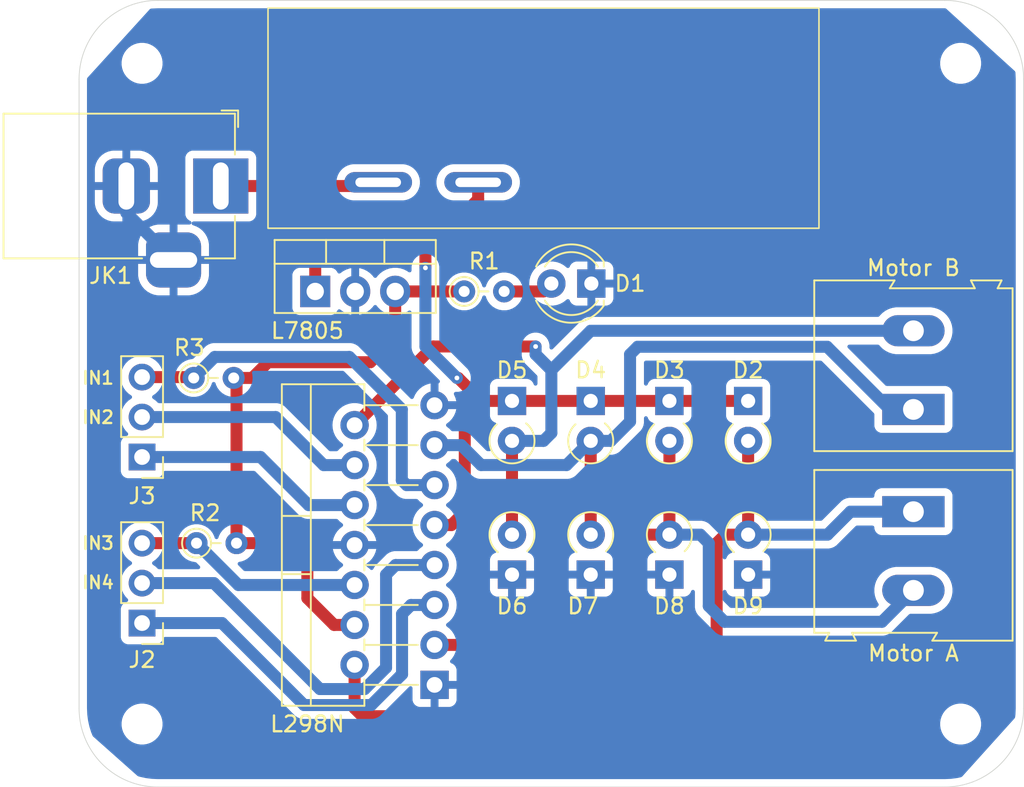
<source format=kicad_pcb>
(kicad_pcb (version 20240108) (generator "pcbnew") (generator_version "8.0")
  (title_block (title "Motor Controller") (date "2025-03-09") (rev "V1") (company "Nandan R Pai") (comment 1 "NNM22AM033") (comment 2 "Dept. of AIML"))
  (layers (0 "F.Cu" signal) (31 "B.Cu" signal) (34 "B.Paste" user) (35 "F.Paste" user) (36 "B.SilkS" user "B.Silkscreen") (37 "F.SilkS" user "F.Silkscreen") (38 "B.Mask" user) (39 "F.Mask" user) (44 "Edge.Cuts" user))
  (net 0 "")
  (net 1 "GND")
  (net 2 "Net-(D1-A)")
  (net 3 "+12V")
  (net 4 "OUTA1")
  (net 5 "OUTA2")
  (net 6 "OUTB1")
  (net 7 "OUTB2")
  (net 8 "Net-(J2-Pin_1)")
  (net 9 "Net-(J2-Pin_3)")
  (net 10 "Net-(J2-Pin_2)")
  (net 11 "Net-(J3-Pin_1)")
  (net 12 "Net-(J3-Pin_3)")
  (net 13 "Net-(J3-Pin_2)")
  (net 14 "Net-(JK1-IN)")
  (net 15 "+5V")
  (footprint "Diode_THT:D_A-405_P2.54mm_Vertical_KathodeUp" (layer "F.Cu") (at 69.92 72.5 90)
    (property "Reference" "D6" (at -2 0 180) (layer "F.SilkS"))
    (property "Value" "D" (hide yes))
    (fp_arc (start 1.426761 -0.9) (mid 3.970816 -0.045469) (end 1.48615 0.968866) (stroke (width 0.12)) (layer "F.SilkS"))
    (pad "1" thru_hole rect (at 0 0 90) (size 1.8 1.8) (drill 0.9) (layers "*.Cu" "*.Mask") (net 1 "GND"))
    (pad "2" thru_hole oval (at 2.54 0 90) (size 1.8 1.8) (drill 0.9) (layers "*.Cu" "*.Mask") (net 7 "OUTB2"))
  )
  (footprint "Resistor_THT:R_Axial_DIN0204_L3.6mm_D1.6mm_P2.54mm_Vertical" (layer "F.Cu") (at 49.88 70.5)
    (property "Reference" "R2" (at 0.54 -1.92 0) (layer "F.SilkS"))
    (property "Value" "R" (hide yes))
    (fp_line (start 0.92 0) (end 1.54 0) (stroke (width 0.12)) (layer "F.SilkS"))
    (fp_circle (center 0 0) (end 0.92 0) (stroke (width 0.12)) (fill none) (layer "F.SilkS"))
    (pad "1" thru_hole circle (at 0 0) (size 1.4 1.4) (drill 0.7) (layers "*.Cu" "*.Mask") (net 9 "Net-(J2-Pin_3)"))
    (pad "2" thru_hole oval (at 2.54 0) (size 1.4 1.4) (drill 0.7) (layers "*.Cu" "*.Mask") (net 15 "+5V"))
  )
  (footprint "MountingHole:MountingHole_2.1mm" (layer "F.Cu") (at 98.42 40)
    (property "Reference" "REF**" (hide yes))
    (property "Value" "MountingHole_2.1mm" (hide yes))
    (pad "" np_thru_hole circle (at 0 0) (size 2.1 2.1) (drill 2.1) (layers "*.Cu" "*.Mask"))
  )
  (footprint "Package_TO_SOT_THT:TO-220-15_P2.54x2.54mm_StaggerOdd_Lead4.58mm_Vertical" (layer "F.Cu") (at 65 79.51 90)
    (property "Reference" "L298N" (at -2.49 -8.08 180) (layer "F.SilkS"))
    (property "Value" "L298N" (hide yes))
    (fp_line (start 19.11 -9.7) (end 19.11 -4.459) (stroke (width 0.12)) (layer "F.SilkS"))
    (fp_line (start 10.74 -9.7) (end 10.74 -7.86) (stroke (width 0.12)) (layer "F.SilkS"))
    (fp_line (start 7.041 -9.7) (end 7.041 -7.86) (stroke (width 0.12)) (layer "F.SilkS"))
    (fp_line (start -1.33 -9.7) (end 19.11 -9.7) (stroke (width 0.12)) (layer "F.SilkS"))
    (fp_line (start -1.33 -9.7) (end -1.33 -4.459) (stroke (width 0.12)) (layer "F.SilkS"))
    (fp_line (start -1.33 -7.86) (end 19.11 -7.86) (stroke (width 0.12)) (layer "F.SilkS"))
    (fp_line (start 17.78 -4.459) (end 17.78 -1.065) (stroke (width 0.12)) (layer "F.SilkS"))
    (fp_line (start 17.435 -4.459) (end 19.11 -4.459) (stroke (width 0.12)) (layer "F.SilkS"))
    (fp_line (start 15.24 -4.459) (end 15.24 -1.065) (stroke (width 0.12)) (layer "F.SilkS"))
    (fp_line (start 14.895 -4.459) (end 15.586 -4.459) (stroke (width 0.12)) (layer "F.SilkS"))
    (fp_line (start 12.7 -4.459) (end 12.7 -1.065) (stroke (width 0.12)) (layer "F.SilkS"))
    (fp_line (start 12.355 -4.459) (end 13.046 -4.459) (stroke (width 0.12)) (layer "F.SilkS"))
    (fp_line (start 10.16 -4.459) (end 10.16 -1.065) (stroke (width 0.12)) (layer "F.SilkS"))
    (fp_line (start 9.815 -4.459) (end 10.506 -4.459) (stroke (width 0.12)) (layer "F.SilkS"))
    (fp_line (start 7.62 -4.459) (end 7.62 -1.065) (stroke (width 0.12)) (layer "F.SilkS"))
    (fp_line (start 7.275 -4.459) (end 7.966 -4.459) (stroke (width 0.12)) (layer "F.SilkS"))
    (fp_line (start 5.08 -4.459) (end 5.08 -1.065) (stroke (width 0.12)) (layer "F.SilkS"))
    (fp_line (start 4.735 -4.459) (end 5.426 -4.459) (stroke (width 0.12)) (layer "F.SilkS"))
    (fp_line (start 2.54 -4.459) (end 2.54 -1.065) (stroke (width 0.12)) (layer "F.SilkS"))
    (fp_line (start 2.195 -4.459) (end 2.886 -4.459) (stroke (width 0.12)) (layer "F.SilkS"))
    (fp_line (start 0 -4.459) (end 0 -1.05) (stroke (width 0.12)) (layer "F.SilkS"))
    (fp_line (start -1.33 -4.459) (end 0.346 -4.459) (stroke (width 0.12)) (layer "F.SilkS"))
    (pad "1" thru_hole rect (at 0 0 90) (size 1.8 1.8) (drill 1) (layers "*.Cu" "*.Mask") (net 1 "GND"))
    (pad "2" thru_hole oval (at 1.27 -5.08 90) (size 1.8 1.8) (drill 1) (layers "*.Cu" "*.Mask") (net 4 "OUTA1"))
    (pad "3" thru_hole oval (at 2.54 0 90) (size 1.8 1.8) (drill 1) (layers "*.Cu" "*.Mask") (net 5 "OUTA2"))
    (pad "4" thru_hole oval (at 3.81 -5.08 90) (size 1.8 1.8) (drill 1) (layers "*.Cu" "*.Mask") (net 15 "+5V"))
    (pad "5" thru_hole oval (at 5.08 0 90) (size 1.8 1.8) (drill 1) (layers "*.Cu" "*.Mask") (net 8 "Net-(J2-Pin_1)"))
    (pad "6" thru_hole oval (at 6.35 -5.08 90) (size 1.8 1.8) (drill 1) (layers "*.Cu" "*.Mask") (net 9 "Net-(J2-Pin_3)"))
    (pad "7" thru_hole oval (at 7.62 0 90) (size 1.8 1.8) (drill 1) (layers "*.Cu" "*.Mask") (net 10 "Net-(J2-Pin_2)"))
    (pad "8" thru_hole oval (at 8.89 -5.08 90) (size 1.8 1.8) (drill 1) (layers "*.Cu" "*.Mask") (net 1 "GND"))
    (pad "9" thru_hole oval (at 10.16 0 90) (size 1.8 1.8) (drill 1) (layers "*.Cu" "*.Mask") (net 3 "+12V"))
    (pad "10" thru_hole oval (at 11.43 -5.08 90) (size 1.8 1.8) (drill 1) (layers "*.Cu" "*.Mask") (net 11 "Net-(J3-Pin_1)"))
    (pad "11" thru_hole oval (at 12.7 0 90) (size 1.8 1.8) (drill 1) (layers "*.Cu" "*.Mask") (net 12 "Net-(J3-Pin_3)"))
    (pad "12" thru_hole oval (at 13.97 -5.08 90) (size 1.8 1.8) (drill 1) (layers "*.Cu" "*.Mask") (net 13 "Net-(J3-Pin_2)"))
    (pad "13" thru_hole oval (at 15.24 0 90) (size 1.8 1.8) (drill 1) (layers "*.Cu" "*.Mask") (net 6 "OUTB1"))
    (pad "14" thru_hole oval (at 16.51 -5.08 90) (size 1.8 1.8) (drill 1) (layers "*.Cu" "*.Mask") (net 7 "OUTB2"))
    (pad "15" thru_hole oval (at 17.78 0 90) (size 1.8 1.8) (drill 1) (layers "*.Cu" "*.Mask") (net 1 "GND"))
  )
  (footprint "Diode_THT:D_A-405_P2.54mm_Vertical_KathodeUp" (layer "F.Cu") (at 84.92 61.46 -90)
    (property "Reference" "D2" (at -1.96 0 180) (layer "F.SilkS"))
    (property "Value" "D" (hide yes))
    (fp_arc (start 1.426761 -0.9) (mid 3.970816 -0.045469) (end 1.48615 0.968866) (stroke (width 0.12)) (layer "F.SilkS"))
    (pad "1" thru_hole rect (at 0 0 270) (size 1.8 1.8) (drill 0.9) (layers "*.Cu" "*.Mask") (net 3 "+12V"))
    (pad "2" thru_hole oval (at 2.54 0 270) (size 1.8 1.8) (drill 0.9) (layers "*.Cu" "*.Mask") (net 4 "OUTA1"))
  )
  (footprint "TerminalBlock:TerminalBlock_Altech_AK300-2_P5.00mm" (layer "F.Cu") (at 95.42 62 90)
    (property "Reference" "Motor B" (at 9 0 180) (layer "F.SilkS"))
    (property "Value" "Screw_Terminal_01x02" (hide yes))
    (fp_line (start 8.2 -6.3) (end -2.65 -6.3) (stroke (width 0.12)) (layer "F.SilkS"))
    (fp_line (start -2.65 -6.3) (end -2.65 6.3) (stroke (width 0.12)) (layer "F.SilkS"))
    (fp_line (start 7.7 -1.5) (end 8.2 -1.2) (stroke (width 0.12)) (layer "F.SilkS"))
    (fp_line (start 8.2 -1.2) (end 8.2 -6.3) (stroke (width 0.12)) (layer "F.SilkS"))
    (fp_line (start 8.2 3.65) (end 7.7 3.9) (stroke (width 0.12)) (layer "F.SilkS"))
    (fp_line (start 8.2 3.7) (end 8.2 3.65) (stroke (width 0.12)) (layer "F.SilkS"))
    (fp_line (start 7.7 3.9) (end 7.7 -1.5) (stroke (width 0.12)) (layer "F.SilkS"))
    (fp_line (start 7.7 5.35) (end 8.2 5.6) (stroke (width 0.12)) (layer "F.SilkS"))
    (fp_line (start 8.2 5.6) (end 8.2 3.7) (stroke (width 0.12)) (layer "F.SilkS"))
    (fp_line (start 7.7 6.3) (end 7.7 5.35) (stroke (width 0.12)) (layer "F.SilkS"))
    (fp_line (start -2.65 6.3) (end 7.7 6.3) (stroke (width 0.12)) (layer "F.SilkS"))
    (pad "1" thru_hole rect (at 0 0 90) (size 1.98 3.96) (drill 1.32) (layers "*.Cu" "*.Mask") (net 6 "OUTB1"))
    (pad "2" thru_hole oval (at 5 0 90) (size 1.98 3.96) (drill 1.32) (layers "*.Cu" "*.Mask") (net 7 "OUTB2"))
  )
  (footprint "MountingHole:MountingHole_2.1mm" (layer "F.Cu") (at 46.42 40)
    (property "Reference" "REF**" (hide yes))
    (property "Value" "MountingHole_2.1mm" (hide yes))
    (pad "" np_thru_hole circle (at 0 0) (size 2.1 2.1) (drill 2.1) (layers "*.Cu" "*.Mask"))
  )
  (footprint "Diode_THT:D_A-405_P2.54mm_Vertical_KathodeUp" (layer "F.Cu") (at 74.92 61.46 -90)
    (property "Reference" "D4" (at -1.96 0 180) (layer "F.SilkS"))
    (property "Value" "D" (hide yes))
    (fp_arc (start 1.426761 -0.9) (mid 3.970816 -0.045469) (end 1.48615 0.968866) (stroke (width 0.12)) (layer "F.SilkS"))
    (pad "1" thru_hole rect (at 0 0 270) (size 1.8 1.8) (drill 0.9) (layers "*.Cu" "*.Mask") (net 3 "+12V"))
    (pad "2" thru_hole oval (at 2.54 0 270) (size 1.8 1.8) (drill 0.9) (layers "*.Cu" "*.Mask") (net 6 "OUTB1"))
  )
  (footprint "TerminalBlock:TerminalBlock_Altech_AK300-2_P5.00mm" (layer "F.Cu") (at 95.42 68.5 -90)
    (property "Reference" "Motor A" (at 9 0 180) (layer "F.SilkS"))
    (property "Value" "Screw_Terminal_01x02" (hide yes))
    (fp_line (start -2.65 6.3) (end 7.7 6.3) (stroke (width 0.12)) (layer "F.SilkS"))
    (fp_line (start 7.7 6.3) (end 7.7 5.35) (stroke (width 0.12)) (layer "F.SilkS"))
    (fp_line (start 8.2 5.6) (end 8.2 3.7) (stroke (width 0.12)) (layer "F.SilkS"))
    (fp_line (start 7.7 5.35) (end 8.2 5.6) (stroke (width 0.12)) (layer "F.SilkS"))
    (fp_line (start 7.7 3.9) (end 7.7 -1.5) (stroke (width 0.12)) (layer "F.SilkS"))
    (fp_line (start 8.2 3.7) (end 8.2 3.65) (stroke (width 0.12)) (layer "F.SilkS"))
    (fp_line (start 8.2 3.65) (end 7.7 3.9) (stroke (width 0.12)) (layer "F.SilkS"))
    (fp_line (start 8.2 -1.2) (end 8.2 -6.3) (stroke (width 0.12)) (layer "F.SilkS"))
    (fp_line (start 7.7 -1.5) (end 8.2 -1.2) (stroke (width 0.12)) (layer "F.SilkS"))
    (fp_line (start -2.65 -6.3) (end -2.65 6.3) (stroke (width 0.12)) (layer "F.SilkS"))
    (fp_line (start 8.2 -6.3) (end -2.65 -6.3) (stroke (width 0.12)) (layer "F.SilkS"))
    (pad "1" thru_hole rect (at 0 0 270) (size 1.98 3.96) (drill 1.32) (layers "*.Cu" "*.Mask") (net 4 "OUTA1"))
    (pad "2" thru_hole oval (at 5 0 270) (size 1.98 3.96) (drill 1.32) (layers "*.Cu" "*.Mask") (net 5 "OUTA2"))
  )
  (footprint "Resistor_THT:R_Axial_DIN0204_L3.6mm_D1.6mm_P2.54mm_Vertical" (layer "F.Cu") (at 66.88 54.5)
    (property "Reference" "R1" (at 1.27 -1.92 0) (layer "F.SilkS"))
    (property "Value" "R" (hide yes))
    (fp_line (start 0.92 0) (end 1.54 0) (stroke (width 0.12)) (layer "F.SilkS"))
    (fp_circle (center 0 0) (end 0.92 0) (stroke (width 0.12)) (fill none) (layer "F.SilkS"))
    (pad "1" thru_hole circle (at 0 0) (size 1.4 1.4) (drill 0.7) (layers "*.Cu" "*.Mask") (net 15 "+5V"))
    (pad "2" thru_hole oval (at 2.54 0) (size 1.4 1.4) (drill 0.7) (layers "*.Cu" "*.Mask") (net 2 "Net-(D1-A)"))
  )
  (footprint "Connector_PinHeader_2.54mm:PinHeader_1x03_P2.54mm_Vertical" (layer "F.Cu") (at 46.42 75.58 180)
    (property "Reference" "J2" (at 0 -2.33 360) (layer "F.SilkS"))
    (property "Value" "Conn_01x03_Pin" (hide yes))
    (fp_line (start 1.33 1.27) (end 1.33 6.41) (stroke (width 0.12)) (layer "F.SilkS"))
    (fp_line (start -1.33 6.41) (end 1.33 6.41) (stroke (width 0.12)) (layer "F.SilkS"))
    (fp_line (start -1.33 1.27) (end 1.33 1.27) (stroke (width 0.12)) (layer "F.SilkS"))
    (fp_line (start -1.33 1.27) (end -1.33 6.41) (stroke (width 0.12)) (layer "F.SilkS"))
    (fp_line (start -1.33 0) (end -1.33 -1.33) (stroke (width 0.12)) (layer "F.SilkS"))
    (fp_line (start -1.33 -1.33) (end 0 -1.33) (stroke (width 0.12)) (layer "F.SilkS"))
    (pad "1" thru_hole rect (at 0 0 180) (size 1.7 1.7) (drill 1) (layers "*.Cu" "*.Mask") (net 8 "Net-(J2-Pin_1)"))
    (pad "2" thru_hole oval (at 0 2.54 180) (size 1.7 1.7) (drill 1) (layers "*.Cu" "*.Mask") (net 10 "Net-(J2-Pin_2)"))
    (pad "3" thru_hole oval (at 0 5.08 180) (size 1.7 1.7) (drill 1) (layers "*.Cu" "*.Mask") (net 9 "Net-(J2-Pin_3)"))
  )
  (footprint "MountingHole:MountingHole_2.1mm" (layer "F.Cu") (at 46.42 82)
    (property "Reference" "REF**" (hide yes))
    (property "Value" "MountingHole_2.1mm" (hide yes))
    (pad "" np_thru_hole circle (at 0 0) (size 2.1 2.1) (drill 2.1) (layers "*.Cu" "*.Mask"))
  )
  (footprint "LED_THT:LED_D4.0mm" (layer "F.Cu") (at 74.96 54 180)
    (property "Reference" "D1" (at -2.46 0 360) (layer "F.SilkS"))
    (property "Value" "LED" (hide yes))
    (fp_line (start -0.79 1.08) (end -0.79 1.399) (stroke (width 0.12)) (layer "F.SilkS"))
    (fp_line (start -0.79 -1.399) (end -0.79 -1.08) (stroke (width 0.12)) (layer "F.SilkS"))
    (fp_arc (start 3.513558 1.080069) (mid 1.453882 2.483201) (end -0.79 1.398749) (stroke (width 0.12)) (layer "F.SilkS"))
    (fp_arc (start 2.953294 1.080057) (mid 1.269966 2) (end -0.41333 1.08) (stroke (width 0.12)) (layer "F.SilkS"))
    (fp_arc (start -0.41333 -1.08) (mid 1.269966 -2) (end 2.953294 -1.080057) (stroke (width 0.12)) (layer "F.SilkS"))
    (fp_arc (start -0.79 -1.398749) (mid 1.453882 -2.483201) (end 3.513558 -1.080069) (stroke (width 0.12)) (layer "F.SilkS"))
    (pad "1" thru_hole rect (at 0 0 180) (size 1.8 1.8) (drill 0.9) (layers "*.Cu" "*.Mask") (net 1 "GND"))
    (pad "2" thru_hole circle (at 2.54 0 180) (size 1.8 1.8) (drill 0.9) (layers "*.Cu" "*.Mask") (net 2 "Net-(D1-A)"))
  )
  (footprint "MountingHole:MountingHole_2.1mm" (layer "F.Cu") (at 98.42 82)
    (property "Reference" "REF**" (hide yes))
    (property "Value" "MountingHole_2.1mm" (hide yes))
    (pad "" np_thru_hole circle (at 0 0) (size 2.1 2.1) (drill 2.1) (layers "*.Cu" "*.Mask"))
  )
  (footprint "Diode_THT:D_A-405_P2.54mm_Vertical_KathodeUp" (layer "F.Cu") (at 79.92 72.5 90)
    (property "Reference" "D8" (at -2 0 180) (layer "F.SilkS"))
    (property "Value" "D" (hide yes))
    (fp_arc (start 1.426761 -0.9) (mid 3.970816 -0.045469) (end 1.48615 0.968866) (stroke (width 0.12)) (layer "F.SilkS"))
    (pad "1" thru_hole rect (at 0 0 90) (size 1.8 1.8) (drill 0.9) (layers "*.Cu" "*.Mask") (net 1 "GND"))
    (pad "2" thru_hole oval (at 2.54 0 90) (size 1.8 1.8) (drill 0.9) (layers "*.Cu" "*.Mask") (net 5 "OUTA2"))
  )
  (footprint "Diode_THT:D_A-405_P2.54mm_Vertical_KathodeUp" (layer "F.Cu") (at 84.92 72.5 90)
    (property "Reference" "D9" (at -2 0 180) (layer "F.SilkS"))
    (property "Value" "D" (hide yes))
    (fp_arc (start 1.426761 -0.9) (mid 3.970816 -0.045469) (end 1.48615 0.968866) (stroke (width 0.12)) (layer "F.SilkS"))
    (pad "1" thru_hole rect (at 0 0 90) (size 1.8 1.8) (drill 0.9) (layers "*.Cu" "*.Mask") (net 1 "GND"))
    (pad "2" thru_hole oval (at 2.54 0 90) (size 1.8 1.8) (drill 0.9) (layers "*.Cu" "*.Mask") (net 4 "OUTA1"))
  )
  (footprint "Switch_Custom:Slide_Switch_2pin" (layer "F.Cu") (at 58.42 50.484 -90)
    (property "Reference" "SW1" (hide yes))
    (property "Value" "SW_SPST" (hide yes))
    (fp_rect (start -14 -31) (end 0 4) (stroke (width 0.1)) (fill none) (layer "F.SilkS"))
    (pad "1" thru_hole oval (at -2.92 -3 270) (size 1.3 4.3) (drill oval 0.6 2.9) (layers "*.Cu" "*.Mask") (net 14 "Net-(JK1-IN)"))
    (pad "2" thru_hole oval (at -2.92 -9.35 270) (size 1.3 4.3) (drill oval 0.6 2.9) (layers "*.Cu" "*.Mask") (net 3 "+12V"))
  )
  (footprint "Package_TO_SOT_THT:TO-220-3_Vertical" (layer "F.Cu") (at 57.42 54.5)
    (property "Reference" "L7805" (at -0.5 2.5 0) (layer "F.SilkS"))
    (property "Value" "L7805" (hide yes))
    (fp_line (start -2.58 -3.27) (end -2.58 1.371) (stroke (width 0.12)) (layer "F.SilkS"))
    (fp_line (start -2.58 -3.27) (end 7.66 -3.27) (stroke (width 0.12)) (layer "F.SilkS"))
    (fp_line (start -2.58 -1.76) (end 7.66 -1.76) (stroke (width 0.12)) (layer "F.SilkS"))
    (fp_line (start -2.58 1.371) (end 7.66 1.371) (stroke (width 0.12)) (layer "F.SilkS"))
    (fp_line (start 0.69 -3.27) (end 0.69 -1.76) (stroke (width 0.12)) (layer "F.SilkS"))
    (fp_line (start 4.391 -3.27) (end 4.391 -1.76) (stroke (width 0.12)) (layer "F.SilkS"))
    (fp_line (start 7.66 -3.27) (end 7.66 1.371) (stroke (width 0.12)) (layer "F.SilkS"))
    (pad "1" thru_hole rect (at 0 0) (size 1.905 2) (drill 1.1) (layers "*.Cu" "*.Mask") (net 3 "+12V"))
    (pad "2" thru_hole oval (at 2.54 0) (size 1.905 2) (drill 1.1) (layers "*.Cu" "*.Mask") (net 1 "GND"))
    (pad "3" thru_hole oval (at 5.08 0) (size 1.905 2) (drill 1.1) (layers "*.Cu" "*.Mask") (net 15 "+5V"))
  )
  (footprint "Diode_THT:D_A-405_P2.54mm_Vertical_KathodeUp" (layer "F.Cu") (at 79.92 61.46 -90)
    (property "Reference" "D3" (at -1.96 0 180) (layer "F.SilkS"))
    (property "Value" "D" (hide yes))
    (fp_arc (start 1.426761 -0.9) (mid 3.970816 -0.045469) (end 1.48615 0.968866) (stroke (width 0.12)) (layer "F.SilkS"))
    (pad "1" thru_hole rect (at 0 0 270) (size 1.8 1.8) (drill 0.9) (layers "*.Cu" "*.Mask") (net 3 "+12V"))
    (pad "2" thru_hole oval (at 2.54 0 270) (size 1.8 1.8) (drill 0.9) (layers "*.Cu" "*.Mask") (net 5 "OUTA2"))
  )
  (footprint "Diode_THT:D_A-405_P2.54mm_Vertical_KathodeUp" (layer "F.Cu") (at 74.92 72.5 90)
    (property "Reference" "D7" (at -2 -0.5 0) (layer "F.SilkS"))
    (property "Value" "D" (hide yes))
    (fp_arc (start 1.426761 -0.9) (mid 3.970816 -0.045469) (end 1.48615 0.968866) (stroke (width 0.12)) (layer "F.SilkS"))
    (pad "1" thru_hole rect (at 0 0 90) (size 1.8 1.8) (drill 0.9) (layers "*.Cu" "*.Mask") (net 1 "GND"))
    (pad "2" thru_hole oval (at 2.54 0 90) (size 1.8 1.8) (drill 0.9) (layers "*.Cu" "*.Mask") (net 6 "OUTB1"))
  )
  (footprint "Diode_THT:D_A-405_P2.54mm_Vertical_KathodeUp" (layer "F.Cu") (at 69.92 61.46 -90)
    (property "Reference" "D5" (at -1.96 0 180) (layer "F.SilkS"))
    (property "Value" "D" (hide yes))
    (fp_arc (start 1.426761 -0.9) (mid 3.970816 -0.045469) (end 1.48615 0.968866) (stroke (width 0.12)) (layer "F.SilkS"))
    (pad "1" thru_hole rect (at 0 0 270) (size 1.8 1.8) (drill 0.9) (layers "*.Cu" "*.Mask") (net 3 "+12V"))
    (pad "2" thru_hole oval (at 2.54 0 270) (size 1.8 1.8) (drill 0.9) (layers "*.Cu" "*.Mask") (net 7 "OUTB2"))
  )
  (footprint "Connector_PinHeader_2.54mm:PinHeader_1x03_P2.54mm_Vertical" (layer "F.Cu") (at 46.42 65.025 180)
    (property "Reference" "J3" (at 0 -2.475 360) (layer "F.SilkS"))
    (property "Value" "Conn_01x03_Pin" (hide yes))
    (fp_line (start 1.33 1.27) (end 1.33 6.41) (stroke (width 0.12)) (layer "F.SilkS"))
    (fp_line (start -1.33 6.41) (end 1.33 6.41) (stroke (width 0.12)) (layer "F.SilkS"))
    (fp_line (start -1.33 1.27) (end 1.33 1.27) (stroke (width 0.12)) (layer "F.SilkS"))
    (fp_line (start -1.33 1.27) (end -1.33 6.41) (stroke (width 0.12)) (layer "F.SilkS"))
    (fp_line (start -1.33 0) (end -1.33 -1.33) (stroke (width 0.12)) (layer "F.SilkS"))
    (fp_line (start -1.33 -1.33) (end 0 -1.33) (stroke (width 0.12)) (layer "F.SilkS"))
    (pad "1" thru_hole rect (at 0 0 180) (size 1.7 1.7) (drill 1) (layers "*.Cu" "*.Mask") (net 11 "Net-(J3-Pin_1)"))
    (pad "2" thru_hole oval (at 0 2.54 180) (size 1.7 1.7) (drill 1) (layers "*.Cu" "*.Mask") (net 13 "Net-(J3-Pin_2)"))
    (pad "3" thru_hole oval (at 0 5.08 180) (size 1.7 1.7) (drill 1) (layers "*.Cu" "*.Mask") (net 12 "Net-(J3-Pin_3)"))
  )
  (footprint "Resistor_THT:R_Axial_DIN0204_L3.6mm_D1.6mm_P2.54mm_Vertical" (layer "F.Cu") (at 49.7 60)
    (property "Reference" "R3" (at -0.28 -1.92 0) (layer "F.SilkS"))
    (property "Value" "R" (hide yes))
    (fp_line (start 0.92 0) (end 1.54 0) (stroke (width 0.12)) (layer "F.SilkS"))
    (fp_circle (center 0 0) (end 0.92 0) (stroke (width 0.12)) (fill none) (layer "F.SilkS"))
    (pad "1" thru_hole circle (at 0 0) (size 1.4 1.4) (drill 0.7) (layers "*.Cu" "*.Mask") (net 12 "Net-(J3-Pin_3)"))
    (pad "2" thru_hole oval (at 2.54 0) (size 1.4 1.4) (drill 0.7) (layers "*.Cu" "*.Mask") (net 15 "+5V"))
  )
  (footprint "Connector_BarrelJack:BarrelJack_Horizontal" (layer "F.Cu") (at 51.42 47.8)
    (property "Reference" "JK1" (at -7 5.7 0) (layer "F.SilkS"))
    (property "Value" "~")
    (fp_line (start -13.8 -4.6) (end 0.9 -4.6) (stroke (width 0.12)) (layer "F.SilkS"))
    (fp_line (start -13.8 4.6) (end -13.8 -4.6) (stroke (width 0.12)) (layer "F.SilkS"))
    (fp_line (start -5 4.6) (end -13.8 4.6) (stroke (width 0.12)) (layer "F.SilkS"))
    (fp_line (start 0.05 -4.8) (end 1.1 -4.8) (stroke (width 0.12)) (layer "F.SilkS"))
    (fp_line (start 0.9 -4.6) (end 0.9 -2) (stroke (width 0.12)) (layer "F.SilkS"))
    (fp_line (start 0.9 1.9) (end 0.9 4.6) (stroke (width 0.12)) (layer "F.SilkS"))
    (fp_line (start 0.9 4.6) (end -1 4.6) (stroke (width 0.12)) (layer "F.SilkS"))
    (fp_line (start 1.1 -3.75) (end 1.1 -4.8) (stroke (width 0.12)) (layer "F.SilkS"))
    (pad "1" thru_hole rect (at 0 0) (size 3.5 3.5) (drill oval 1 3) (layers "*.Cu" "*.Mask") (net 14 "Net-(JK1-IN)"))
    (pad "2" thru_hole roundrect (at -6 0) (size 3 3.5) (drill oval 1 3) (layers "*.Cu" "*.Mask") (net 1 "GND"))
    (pad "3" thru_hole roundrect (at -3 4.7) (size 3.5 3.5) (drill oval 3 1) (layers "*.Cu" "*.Mask") (net 1 "GND"))
  )
  (gr_line (start 47.42 36) (end 97.42 36) (stroke (width 0.05)) (layer "Edge.Cuts"))
  (gr_arc (start 47.42 86) (mid 43.884466 84.535534) (end 42.42 81) (stroke (width 0.05)) (layer "Edge.Cuts"))
  (gr_arc (start 97.42 36) (mid 100.955534 37.464466) (end 102.42 41) (stroke (width 0.05)) (layer "Edge.Cuts"))
  (gr_arc (start 102.42 81) (mid 100.955534 84.535534) (end 97.42 86) (stroke (width 0.05)) (layer "Edge.Cuts"))
  (gr_line (start 102.42 41) (end 102.42 81) (stroke (width 0.05)) (layer "Edge.Cuts"))
  (gr_arc (start 42.42 41) (mid 43.884466 37.464466) (end 47.42 36) (stroke (width 0.05)) (layer "Edge.Cuts"))
  (gr_line (start 97.42 86) (end 47.42 86) (stroke (width 0.05)) (layer "Edge.Cuts"))
  (gr_line (start 42.42 81) (end 42.42 41) (stroke (width 0.05)) (layer "Edge.Cuts"))
  (gr_text "IN2" (at 43.62 62.5 0) (layer "F.SilkS") (effects (font (size 0.8 0.8))))
  (gr_text "IN1" (at 43.62 60 0) (layer "F.SilkS") (effects (font (size 0.8 0.8))))
  (gr_text "IN3" (at 43.62 70.5 0) (layer "F.SilkS") (effects (font (size 0.8 0.8))))
  (gr_text "IN4" (at 43.62 73 0) (layer "F.SilkS") (effects (font (size 0.8 0.8))))
  (segment (start 45.42 47.8) (end 45.42 49.5) (width 0.762) (layer "B.Cu") (net 1))
  (segment (start 45.42 49.5) (end 48.42 52.5) (width 0.762) (layer "B.Cu") (net 1))
  (segment (start 71.92 54.5) (end 72.42 54) (width 0.762) (layer "F.Cu") (net 2))
  (segment (start 69.42 54.5) (end 71.92 54.5) (width 0.762) (layer "F.Cu") (net 2))
  (segment (start 57.42 54.5) (end 57.42 52) (width 0.762) (layer "F.Cu") (net 3))
  (segment (start 64.42 50.5) (end 65.92 50.5) (width 0.762) (layer "F.Cu") (net 3))
  (segment (start 66.92 62.5) (end 67.96 61.46) (width 0.762) (layer "F.Cu") (net 3))
  (segment (start 66.92 68.5) (end 66.92 62.5) (width 0.762) (layer "F.Cu") (net 3))
  (segment (start 64.42 53) (end 64.42 50.5) (width 0.762) (layer "F.Cu") (net 3))
  (segment (start 57.42 52) (end 58.92 50.5) (width 0.762) (layer "F.Cu") (net 3))
  (segment (start 65 69.35) (end 66.07 69.35) (width 0.762) (layer "F.Cu") (net 3))
  (segment (start 67.96 61.46) (end 66.5 60) (width 0.762) (layer "F.Cu") (net 3))
  (segment (start 67.96 61.46) (end 69.92 61.46) (width 0.762) (layer "F.Cu") (net 3))
  (segment (start 66.5 60) (end 66.42 60) (width 0.762) (layer "F.Cu") (net 3))
  (segment (start 69.92 61.46) (end 84.92 61.46) (width 0.762) (layer "F.Cu") (net 3))
  (segment (start 67.77 48.65) (end 65.92 50.5) (width 0.762) (layer "F.Cu") (net 3))
  (segment (start 58.92 50.5) (end 64.42 50.5) (width 0.762) (layer "F.Cu") (net 3))
  (segment (start 67.77 47.564) (end 67.77 48.65) (width 0.762) (layer "F.Cu") (net 3))
  (segment (start 66.07 69.35) (end 66.92 68.5) (width 0.762) (layer "F.Cu") (net 3))
  (via (at 64.42 53) (size 0.6) (drill 0.3) (layers "F.Cu" "B.Cu") (net 3))
  (via (at 66.42 60) (size 0.6) (drill 0.3) (layers "F.Cu" "B.Cu") (net 3))
  (segment (start 64.42 58) (end 64.42 53) (width 0.762) (layer "B.Cu") (net 3))
  (segment (start 66.42 60) (end 64.42 58) (width 0.762) (layer "B.Cu") (net 3))
  (segment (start 83.46 69.96) (end 84.92 69.96) (width 0.762) (layer "F.Cu") (net 4))
  (segment (start 59.92 78.24) (end 59.92 81) (width 0.762) (layer "F.Cu") (net 4))
  (segment (start 82.92 70.5) (end 83.46 69.96) (width 0.762) (layer "F.Cu") (net 4))
  (segment (start 84.92 69.96) (end 84.92 64) (width 0.762) (layer "F.Cu") (net 4))
  (segment (start 60.42 81.5) (end 78.99 81.5) (width 0.762) (layer "F.Cu") (net 4))
  (segment (start 78.99 81.5) (end 82.92 77.57) (width 0.762) (layer "F.Cu") (net 4))
  (segment (start 82.92 77.57) (end 82.92 70.5) (width 0.762) (layer "F.Cu") (net 4))
  (segment (start 59.92 81) (end 60.42 81.5) (width 0.762) (layer "F.Cu") (net 4))
  (segment (start 89.96 69.96) (end 91.42 68.5) (width 0.762) (layer "B.Cu") (net 4))
  (segment (start 84.92 69.96) (end 89.96 69.96) (width 0.762) (layer "B.Cu") (net 4))
  (segment (start 91.42 68.5) (end 95.42 68.5) (width 0.762) (layer "B.Cu") (net 4))
  (segment (start 73.95 76.97) (end 76.92 74) (width 0.762) (layer "F.Cu") (net 5))
  (segment (start 79.92 69.96) (end 79.92 64) (width 0.762) (layer "F.Cu") (net 5))
  (segment (start 76.92 71.5) (end 78.46 69.96) (width 0.762) (layer "F.Cu") (net 5))
  (segment (start 76.92 74) (end 76.92 71.5) (width 0.762) (layer "F.Cu") (net 5))
  (segment (start 65 76.97) (end 73.95 76.97) (width 0.762) (layer "F.Cu") (net 5))
  (segment (start 78.46 69.96) (end 79.92 69.96) (width 0.762) (layer "F.Cu") (net 5))
  (segment (start 82.42 70.5) (end 82.42 74.5) (width 0.762) (layer "B.Cu") (net 5))
  (segment (start 83.42 75.5) (end 93.42 75.5) (width 0.762) (layer "B.Cu") (net 5))
  (segment (start 81.88 69.96) (end 82.42 70.5) (width 0.762) (layer "B.Cu") (net 5))
  (segment (start 93.42 75.5) (end 95.42 73.5) (width 0.762) (layer "B.Cu") (net 5))
  (segment (start 79.92 69.96) (end 81.88 69.96) (width 0.762) (layer "B.Cu") (net 5))
  (segment (start 82.42 74.5) (end 83.42 75.5) (width 0.762) (layer "B.Cu") (net 5))
  (segment (start 74.92 69.96) (end 74.92 64) (width 0.762) (layer "F.Cu") (net 6))
  (segment (start 77.904 58.016) (end 77.42 58.5) (width 0.762) (layer "B.Cu") (net 6))
  (segment (start 89.936 58.016) (end 77.904 58.016) (width 0.762) (layer "B.Cu") (net 6))
  (segment (start 93.92 62) (end 89.936 58.016) (width 0.762) (layer "B.Cu") (net 6))
  (segment (start 77.42 58.5) (end 77.42 62.772792) (width 0.762) (layer "B.Cu") (net 6))
  (segment (start 76.192792 64) (end 74.92 64) (width 0.762) (layer "B.Cu") (net 6))
  (segment (start 66.69 64.27) (end 67.955 65.535) (width 0.762) (layer "B.Cu") (net 6))
  (segment (start 77.42 62.772792) (end 76.192792 64) (width 0.762) (layer "B.Cu") (net 6))
  (segment (start 65 64.27) (end 66.69 64.27) (width 0.762) (layer "B.Cu") (net 6))
  (segment (start 95.42 62) (end 93.92 62) (width 0.762) (layer "B.Cu") (net 6))
  (segment (start 67.955 65.535) (end 73.385 65.535) (width 0.762) (layer "B.Cu") (net 6))
  (segment (start 73.385 65.535) (end 74.92 64) (width 0.762) (layer "B.Cu") (net 6))
  (segment (start 59.92 63) (end 64.92 58) (width 0.762) (layer "F.Cu") (net 7))
  (segment (start 64.92 58) (end 71.42 58) (width 0.762) (layer "F.Cu") (net 7))
  (segment (start 69.92 69.96) (end 69.92 64) (width 0.762) (layer "F.Cu") (net 7))
  (via (at 71.42 58) (size 0.6) (drill 0.3) (layers "F.Cu" "B.Cu") (net 7))
  (segment (start 72.42 63.5) (end 71.92 64) (width 0.762) (layer "B.Cu") (net 7))
  (segment (start 72.42 59.5) (end 72.42 63.5) (width 0.762) (layer "B.Cu") (net 7))
  (segment (start 74.92 57) (end 72.42 59.5) (width 0.762) (layer "B.Cu") (net 7))
  (segment (start 71.42 58) (end 71.42 58.5) (width 0.762) (layer "B.Cu") (net 7))
  (segment (start 95.42 57) (end 74.92 57) (width 0.762) (layer "B.Cu") (net 7))
  (segment (start 71.92 64) (end 69.92 64) (width 0.762) (layer "B.Cu") (net 7))
  (segment (start 71.42 58.5) (end 72.42 59.5) (width 0.762) (layer "B.Cu") (net 7))
  (segment (start 62.84383 78.92383) (end 62.936 78.831659) (width 0.762) (layer "B.Cu") (net 8))
  (segment (start 56.711 80.791) (end 60.976659 80.791) (width 0.762) (layer "B.Cu") (net 8))
  (segment (start 46.42 75.58) (end 51.5 75.58) (width 0.762) (layer "B.Cu") (net 8))
  (segment (start 65 74.43) (end 63.506 74.43) (width 0.762) (layer "B.Cu") (net 8))
  (segment (start 51.5 75.58) (end 56.711 80.791) (width 0.762) (layer "B.Cu") (net 8))
  (segment (start 62.936 75) (end 62.936 78.83166) (width 0.762) (layer "B.Cu") (net 8))
  (segment (start 63.506 74.43) (end 62.936 75) (width 0.762) (layer "B.Cu") (net 8))
  (segment (start 60.976659 80.791) (end 62.84383 78.92383) (width 0.762) (layer "B.Cu") (net 8))
  (segment (start 62.936 78.83166) (end 62.84383 78.92383) (width 0.762) (layer "B.Cu") (net 8))
  (segment (start 46.42 70.5) (end 49.88 70.5) (width 0.762) (layer "F.Cu") (net 9))
  (segment (start 49.88 70.5) (end 52.54 73.16) (width 0.762) (layer "B.Cu") (net 9))
  (segment (start 52.54 73.16) (end 59.92 73.16) (width 0.762) (layer "B.Cu") (net 9))
  (segment (start 57.71816 79.775) (end 60.555818 79.775) (width 0.762) (layer "B.Cu") (net 10))
  (segment (start 60.555818 79.775) (end 61.92 78.410818) (width 0.762) (layer "B.Cu") (net 10))
  (segment (start 65 71.89) (end 62.53 71.89) (width 0.762) (layer "B.Cu") (net 10))
  (segment (start 50.98316 73.04) (end 57.71816 79.775) (width 0.762) (layer "B.Cu") (net 10))
  (segment (start 46.42 73.04) (end 50.98316 73.04) (width 0.762) (layer "B.Cu") (net 10))
  (segment (start 62.53 71.89) (end 61.92 72.5) (width 0.762) (layer "B.Cu") (net 10))
  (segment (start 61.92 78.410818) (end 61.92 72.5) (width 0.762) (layer "B.Cu") (net 10))
  (segment (start 46.42 65.025) (end 53.945 65.025) (width 0.762) (layer "B.Cu") (net 11))
  (segment (start 57 68.08) (end 53.945 65.025) (width 0.762) (layer "B.Cu") (net 11))
  (segment (start 59.92 68.08) (end 57 68.08) (width 0.762) (layer "B.Cu") (net 11))
  (segment (start 49.645 59.945) (end 49.7 60) (width 0.762) (layer "F.Cu") (net 12))
  (segment (start 46.42 59.945) (end 49.645 59.945) (width 0.762) (layer "F.Cu") (net 12))
  (segment (start 62.92 66.5) (end 62.92 62) (width 0.762) (layer "B.Cu") (net 12))
  (segment (start 63.23 66.81) (end 62.92 66.5) (width 0.762) (layer "B.Cu") (net 12))
  (segment (start 62.92 62) (end 59.585 58.665) (width 0.762) (layer "B.Cu") (net 12))
  (segment (start 51.035 58.665) (end 49.7 60) (width 0.762) (layer "B.Cu") (net 12))
  (segment (start 65 66.81) (end 63.23 66.81) (width 0.762) (layer "B.Cu") (net 12))
  (segment (start 59.585 58.665) (end 51.035 58.665) (width 0.762) (layer "B.Cu") (net 12))
  (segment (start 59.92 65.54) (end 57.96 65.54) (width 0.762) (layer "B.Cu") (net 13))
  (segment (start 57.96 65.54) (end 54.905 62.485) (width 0.762) (layer "B.Cu") (net 13))
  (segment (start 46.42 62.485) (end 54.905 62.485) (width 0.762) (layer "B.Cu") (net 13))
  (segment (start 51.42 47.8) (end 61.184 47.8) (width 0.762) (layer "F.Cu") (net 14))
  (segment (start 61.184 47.8) (end 61.42 47.564) (width 0.762) (layer "F.Cu") (net 14))
  (segment (start 61.184 47.8) (end 61.42 47.564) (width 0.762) (layer "B.Cu") (net 14))
  (segment (start 52.42 70.5) (end 52.42 60.18) (width 0.762) (layer "F.Cu") (net 15))
  (segment (start 62.5 54.5) (end 66.88 54.5) (width 0.762) (layer "F.Cu") (net 15))
  (segment (start 59.92 75.7) (end 58.62 75.7) (width 0.762) (layer "F.Cu") (net 15))
  (segment (start 52.24 60) (end 53.42 60) (width 0.762) (layer "F.Cu") (net 15))
  (segment (start 52.42 60.18) (end 52.24 60) (width 0.762) (layer "F.Cu") (net 15))
  (segment (start 56.92 71) (end 56.42 70.5) (width 0.762) (layer "F.Cu") (net 15))
  (segment (start 60.92 59) (end 62.5 57.42) (width 0.762) (layer "F.Cu") (net 15))
  (segment (start 53.42 60) (end 54.42 59) (width 0.762) (layer "F.Cu") (net 15))
  (segment (start 58.62 75.7) (end 56.92 74) (width 0.762) (layer "F.Cu") (net 15))
  (segment (start 54.42 59) (end 60.92 59) (width 0.762) (layer "F.Cu") (net 15))
  (segment (start 56.92 74) (end 56.92 71) (width 0.762) (layer "F.Cu") (net 15))
  (segment (start 62.5 57.42) (end 62.5 54.5) (width 0.762) (layer "F.Cu") (net 15))
  (segment (start 56.42 70.5) (end 52.42 70.5) (width 0.762) (layer "F.Cu") (net 15))
  (zone (net 1) (net_name "GND") (layer "B.Cu") (connect_pads (clearance 0.5)) (min_thickness 0.25) (fill yes (thermal_gap 0.5) (thermal_bridge_width 0.5))
    (polygon (pts (xy 42.42 41.5) (xy 47.42 36) (xy 96.92 36) (xy 102.42 41) (xy 102.42 81) (xy 97.92 86) (xy 46.92 86) (xy 42.42 82)))
  )
)
</source>
